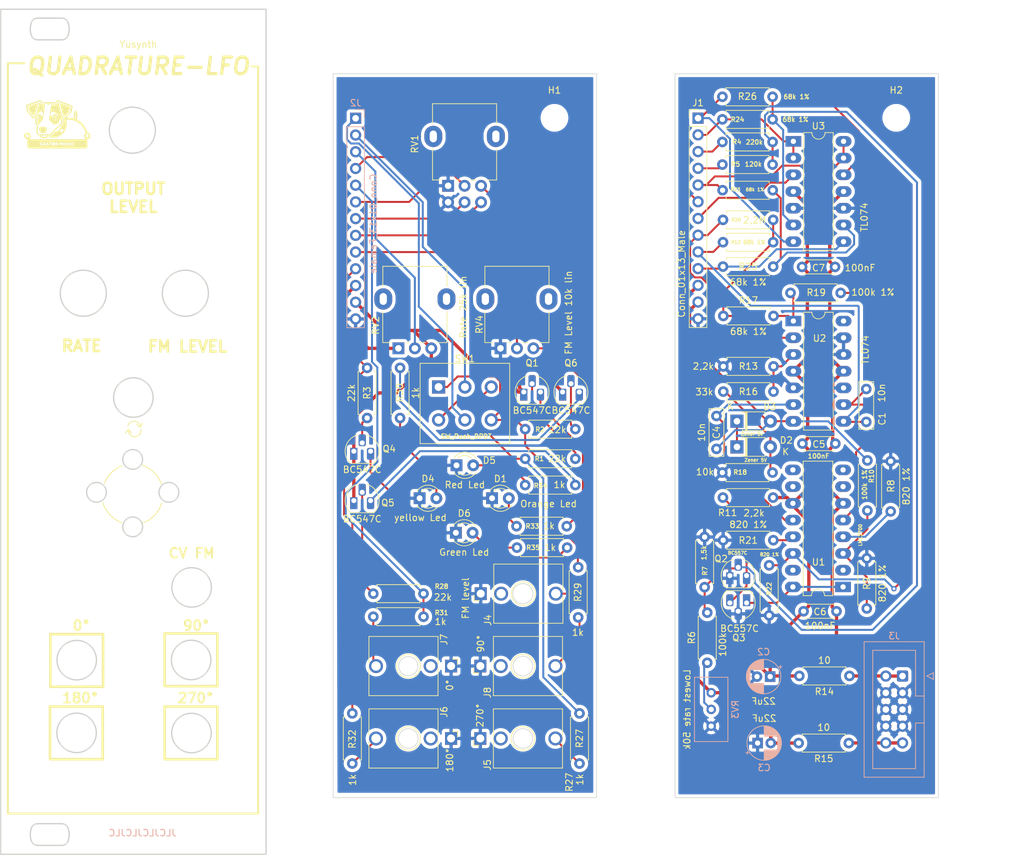
<source format=kicad_pcb>
(kicad_pcb (version 20211014) (generator pcbnew)
  (title_block (title "eurorack quadrature lfo yusynth") (date "2023-02-02"))
  (layers (0 "F.Cu" signal) (31 "B.Cu" signal) (34 "B.Paste" user) (35 "F.Paste" user) (36 "B.SilkS" user "B.Silkscreen") (37 "F.SilkS" user "F.Silkscreen") (38 "B.Mask" user) (39 "F.Mask" user) (44 "Edge.Cuts" user))
  (net 0 "")
  (net 1 "Net-(C1-Pad1)")
  (net 2 "output level1 CW")
  (net 3 "+12V")
  (net 4 "GND")
  (net 5 "-12V")
  (net 6 "Net-(C4-Pad1)")
  (net 7 "output level2 CW")
  (net 8 "Net-(D1-Pad2)")
  (net 9 "Net-(D2-Pad1)")
  (net 10 "Net-(D2-Pad2)")
  (net 11 "Net-(D4-Pad2)")
  (net 12 "Net-(D5-Pad2)")
  (net 13 "Net-(D6-Pad2)")
  (net 14 "direction sw C2")
  (net 15 "direction sw C1")
  (net 16 "rate WP")
  (net 17 "FM Level WP")
  (net 18 "0°")
  (net 19 "output level2 WP")
  (net 20 "output level1 WP")
  (net 21 "180°")
  (net 22 "Net-(J2-Pad1)")
  (net 23 "Net-(J2-Pad2)")
  (net 24 "Net-(J2-Pad3)")
  (net 25 "Net-(J2-Pad4)")
  (net 26 "Net-(J2-Pad5)")
  (net 27 "Net-(J2-Pad10)")
  (net 28 "Net-(J3-Pad1)")
  (net 29 "Net-(J3-Pad10)")
  (net 30 "Net-(Q1-Pad2)")
  (net 31 "Net-(Q1-Pad3)")
  (net 32 "Net-(Q2-Pad2)")
  (net 33 "Net-(Q2-Pad3)")
  (net 34 "Net-(Q3-Pad1)")
  (net 35 "Net-(Q4-Pad2)")
  (net 36 "Net-(Q4-Pad3)")
  (net 37 "Net-(Q5-Pad2)")
  (net 38 "Net-(Q5-Pad3)")
  (net 39 "Net-(Q6-Pad2)")
  (net 40 "Net-(Q6-Pad3)")
  (net 41 "Net-(R1-Pad1)")
  (net 42 "Net-(R2-Pad1)")
  (net 43 "Net-(R6-Pad1)")
  (net 44 "Net-(R8-Pad1)")
  (net 45 "Net-(R10-Pad1)")
  (net 46 "Net-(R12-Pad2)")
  (net 47 "Net-(R13-Pad2)")
  (net 48 "Net-(R17-Pad2)")
  (net 49 "Net-(R19-Pad2)")
  (net 50 "Net-(R21-Pad1)")
  (net 51 "Net-(R23-Pad1)")
  (net 52 "Net-(R24-Pad1)")
  (net 60 "Net-(RV1-Pad2)")
  (net 61 "Net-(J2-Pad7)")
  (net 62 "Net-(RV1-Pad6)")
  (net 63 "Net-(J2-Pad9)")
  (net 64 "Net-(J4-PadT)")
  (net 66 "Net-(J5-PadT)")
  (net 68 "Net-(J6-PadT)")
  (net 70 "Net-(J7-PadT)")
  (net 72 "Net-(J8-PadT)")
  (footprint "Capacitor_THT:C_Disc_D4.3mm_W1.9mm_P5.00mm" (layer "F.Cu") (at 142.025 118.675)
    (fp_text reference "C6")
    (fp_text value "100nF")
  )
  (footprint "Resistor_THT:R_Axial_DIN0207_L6.3mm_D2.5mm_P7.62mm_Horizontal" (layer "F.Cu") (at 127 115.01 90)
    (fp_text reference "R7")
    (fp_text value "1,5k")
  )
  (footprint "MountingHole:MountingHole_3.2mm_M3" (layer "F.Cu") (at 156.1 43.7)
    (fp_text reference "H2")
    (fp_text value "MountingHole")
  )
  (footprint "Package_TO_SOT_THT:TO-92_HandSolder" (layer "F.Cu") (at 73.73 94.36)
    (fp_text reference "Q4")
    (fp_text value "BC547C")
  )
  (footprint "Resistor_THT:R_Axial_DIN0207_L6.3mm_D2.5mm_P7.62mm_Horizontal" (layer "F.Cu") (at 107.8 119.6 90)
    (fp_text reference "R29")
    (fp_text value "1k")
  )
  (footprint "Package_TO_SOT_THT:TO-92_HandSolder" (layer "F.Cu") (at 130.83 113.26)
    (fp_text reference "Q2")
    (fp_text value "BC557C")
  )
  (footprint "Button_Switch_THT:SW_PUSH_E-Switch_FS5700DP_DPDT" (layer "F.Cu") (at 86.6 84.6)
    (fp_text reference "SW1")
    (fp_text value "SW_Push_DPDT")
  )
  (footprint "Resistor_THT:R_Axial_DIN0207_L6.3mm_D2.5mm_P7.62mm_Horizontal" (layer "F.Cu") (at 129.69 97.6)
    (fp_text reference "R18")
    (fp_text value "2,2k")
  )
  (footprint "Package_TO_SOT_THT:TO-92_HandSolder" (layer "F.Cu") (at 133.37 117.4 180)
    (fp_text reference "Q3")
    (fp_text value "BC557C")
  )
  (footprint "Resistor_THT:R_Axial_DIN0207_L6.3mm_D2.5mm_P7.62mm_Horizontal" (layer "F.Cu") (at 76.69 119.5)
    (fp_text reference "R31")
    (fp_text value "1k")
  )
  (footprint "LED_THT:LED_D3.0mm" (layer "F.Cu") (at 89.325 96.5)
    (fp_text reference "D5")
    (fp_text value "Red Led")
  )
  (footprint "Resistor_THT:R_Axial_DIN0207_L6.3mm_D2.5mm_P7.62mm_Horizontal" (layer "F.Cu") (at 151.715 103.375 90)
    (fp_text reference "R10")
    (fp_text value "100k 1%")
  )
  (footprint "Resistor_THT:R_Axial_DIN0207_L6.3mm_D2.5mm_P7.62mm_Horizontal" (layer "F.Cu") (at 99.75 95.5)
    (fp_text reference "R1")
    (fp_text value "22k")
  )
  (footprint "Resistor_THT:R_Axial_DIN0207_L6.3mm_D2.5mm_P7.62mm_Horizontal" (layer "F.Cu") (at 149 128.5 180)
    (fp_text reference "R14")
    (fp_text value "10")
  )
  (footprint "Resistor_THT:R_Axial_DIN0207_L6.3mm_D2.5mm_P7.62mm_Horizontal" (layer "F.Cu") (at 136.8 111.69 -90)
    (fp_text reference "R22")
    (fp_text value "820 1%")
  )
  (footprint "Resistor_THT:R_Axial_DIN0207_L6.3mm_D2.5mm_P7.62mm_Horizontal" (layer "F.Cu") (at 137.32 43.933333 180)
    (fp_text reference "R24")
    (fp_text value "68k 1%")
  )
  (footprint "Diode_THT:D_T-1_P5.08mm_Horizontal" (layer "F.Cu") (at 131.91 93.7)
    (fp_text reference "D2")
    (fp_text value "Zener 5V")
  )
  (footprint "Resistor_THT:R_Axial_DIN0207_L6.3mm_D2.5mm_P7.62mm_Horizontal" (layer "F.Cu") (at 129.84 73.8)
    (fp_text reference "R17")
    (fp_text value "68k 1%")
  )
  (footprint "Resistor_THT:R_Axial_DIN0207_L6.3mm_D2.5mm_P7.62mm_Horizontal" (layer "F.Cu") (at 140.04 70.3)
    (fp_text reference "R19")
    (fp_text value "100k 1%")
  )
  (footprint "Resistor_THT:R_Axial_DIN0207_L6.3mm_D2.5mm_P7.62mm_Horizontal" (layer "F.Cu") (at 84.31 116 180)
    (fp_text reference "R28")
    (fp_text value "22k")
  )
  (footprint "Resistor_THT:R_Axial_DIN0207_L6.3mm_D2.5mm_P7.62mm_Horizontal" (layer "F.Cu") (at 98.44 105.75)
    (fp_text reference "R33")
    (fp_text value "1k")
  )
  (footprint "Package_TO_SOT_THT:TO-92_HandSolder" (layer "F.Cu") (at 105.43 85.36)
    (fp_text reference "Q6")
    (fp_text value "BC547C")
  )
  (footprint "MountingHole:MountingHole_3.2mm_M3" (layer "F.Cu") (at 104.2 43.7)
    (fp_text reference "H1")
    (fp_text value "MountingHole")
  )
  (footprint "Resistor_THT:R_Axial_DIN0207_L6.3mm_D2.5mm_P7.62mm_Horizontal" (layer "F.Cu") (at 151.625 118.25 90)
    (fp_text reference "R9")
    (fp_text value "820 1%")
  )
  (footprint "Resistor_THT:R_Axial_DIN0207_L6.3mm_D2.5mm_P7.62mm_Horizontal" (layer "F.Cu") (at 80.75 89.31 90)
    (fp_text reference "R30")
    (fp_text value "1k")
  )
  (footprint "Package_TO_SOT_THT:TO-92_HandSolder" (layer "F.Cu") (at 73.73 101.86)
    (fp_text reference "Q5")
    (fp_text value "BC547C")
  )
  (footprint "Resistor_THT:R_Axial_DIN0207_L6.3mm_D2.5mm_P7.62mm_Horizontal" (layer "F.Cu") (at 129.84 81.466666)
    (fp_text reference "R13")
    (fp_text value "2,2k")
  )
  (footprint "Potentiometer_THT:Potentiometer_Alpha_RD901F-40-00D_Single_Vertical" (layer "F.Cu") (at 80.5 78.725 90)
    (fp_text reference "RV2")
    (fp_text value "Rate 25k lin")
  )
  (footprint "Potentiometer_THT:Potentiometer_Alpha_RD902F-40-00D_Dual_Vertical" (layer "F.Cu") (at 88.05 54.025 90)
    (fp_text reference "RV1")
    (fp_text value "Output Level 100k")
  )
  (footprint "LED_THT:LED_D3.0mm" (layer "F.Cu") (at 83.725 101.5)
    (fp_text reference "D4")
    (fp_text value "yellow Led")
  )
  (footprint "Connector_Audio:Jack_3.5mm_QingPu_WQP-PJ398SM_Vertical_CircularHoles" (layer "F.Cu") (at 92.94 138 90)
    (fp_text reference "J5")
    (fp_text value "270°")
  )
  (footprint "Resistor_THT:R_Axial_DIN0207_L6.3mm_D2.5mm_P7.62mm_Horizontal" (layer "F.Cu") (at 129.79 66.3)
    (fp_text reference "R25")
    (fp_text value "68k 1%")
  )
  (footprint "Package_DIP:DIP-16_W7.62mm_LongPads" (layer "F.Cu") (at 148.025 114.975 180)
    (fp_text reference "U1")
    (fp_text value "LM13700")
  )
  (footprint "Package_TO_SOT_THT:TO-92_HandSolder" (layer "F.Cu") (at 99.53 85.36)
    (fp_text reference "Q1")
    (fp_text value "BC547C")
  )
  (footprint "Capacitor_THT:C_Rect_L7.0mm_W2.0mm_P5.00mm" (layer "F.Cu") (at 128.8 89 -90)
    (fp_text reference "C4")
    (fp_text value "10n")
  )
  (footprint "Resistor_THT:R_Axial_DIN0207_L6.3mm_D2.5mm_P7.62mm_Horizontal" (layer "F.Cu") (at 129.7 40.5)
    (fp_text reference "R26")
    (fp_text value "68k 1%")
  )
  (footprint "Diode_THT:D_T-1_P5.08mm_Horizontal" (layer "F.Cu") (at 131.91 89.8)
    (fp_text reference "D3")
    (fp_text value "Zener 5v")
  )
  (footprint "Resistor_THT:R_Axial_DIN0207_L6.3mm_D2.5mm_P7.62mm_Horizontal" (layer "F.Cu") (at 129.7 47.366666)
    (fp_text reference "R4")
    (fp_text value "220k")
  )
  (footprint "Connector_Audio:Jack_3.5mm_QingPu_WQP-PJ398SM_Vertical_CircularHoles" (layer "F.Cu") (at 92.94 127 90)
    (fp_text reference "J8")
    (fp_text value "90°")
  )
  (footprint "Package_DIP:DIP-14_W7.62mm_LongPads" (layer "F.Cu") (at 140.475 74.575)
    (fp_text reference "U2")
    (fp_text value "TL074")
  )
  (footprint "Resistor_THT:R_Axial_DIN0207_L6.3mm_D2.5mm_P7.62mm_Horizontal" (layer "F.Cu") (at 129.7 50.8)
    (fp_text reference "R5")
    (fp_text value "120k")
  )
  (footprint "Resistor_THT:R_Axial_DIN0207_L6.3mm_D2.5mm_P7.62mm_Horizontal" (layer "F.Cu") (at 137.4 101.4 180)
    (fp_text reference "R11")
    (fp_text value "10k")
  )
  (footprint "Resistor_THT:R_Axial_DIN0207_L6.3mm_D2.5mm_P7.62mm_Horizontal" (layer "F.Cu") (at 98.5 109)
    (fp_text reference "R35")
    (fp_text value "1k")
  )
  (footprint "Resistor_THT:R_Axial_DIN0207_L6.3mm_D2.5mm_P7.62mm_Horizontal" (layer "F.Cu") (at 155.25 103.5 90)
    (fp_text reference "R8")
    (fp_text value "820 1%")
  )
  (footprint "LED_THT:LED_D3.0mm" (layer "F.Cu") (at 89.225 106.75)
    (fp_text reference "D6")
    (fp_text value "Green Led")
  )
  (footprint "Resistor_THT:R_Axial_DIN0207_L6.3mm_D2.5mm_P7.62mm_Horizontal" (layer "F.Cu") (at 137.35 54.7 180)
    (fp_text reference "R23")
    (fp_text value "68k 1%")
  )
  (footprint "Resistor_THT:R_Axial_DIN0207_L6.3mm_D2.5mm_P7.62mm_Horizontal" (layer "F.Cu") (at 129.79 62.6)
    (fp_text reference "R12")
    (fp_text value "68k 1%")
  )
  (footprint "Resistor_THT:R_Axial_DIN0207_L6.3mm_D2.5mm_P7.62mm_Horizontal" (layer "F.Cu") (at 73.5 141.81 90)
    (fp_text reference "R32")
    (fp_text value "1k")
  )
  (footprint "Resistor_THT:R_Axial_DIN0207_L6.3mm_D2.5mm_P7.62mm_Horizontal" (layer "F.Cu") (at 137.435 107.875 180)
    (fp_text reference "R21")
    (fp_text value "820 1%")
  )
  (footprint "Resistor_THT:R_Axial_DIN0207_L6.3mm_D2.5mm_P7.62mm_Horizontal" (layer "F.Cu") (at 108 141.81 90)
    (fp_text reference "R27")
    (fp_text value "1k")
  )
  (footprint "Connector_PinHeader_2.54mm:PinHeader_1x13_P2.54mm_Vertical" (layer "F.Cu") (at 126 43.75)
    (fp_text reference "J1")
    (fp_text value "Conn_01x13_Male")
  )
  (footprint "Capacitor_THT:C_Rect_L7.0mm_W2.0mm_P5.00mm" (layer "F.Cu") (at 151.55 84.9 -90)
    (fp_text reference "C1")
    (fp_text value "10n")
  )
  (footprint "Resistor_THT:R_Axial_DIN0207_L6.3mm_D2.5mm_P7.62mm_Horizontal" (layer "F.Cu") (at 75.75 81.69 -90)
    (fp_text reference "R3")
    (fp_text value "22k")
  )
  (footprint "Capacitor_THT:C_Disc_D4.3mm_W1.9mm_P5.00mm" (layer "F.Cu") (at 141.8 66.35)
    (fp_text reference "C7")
    (fp_text value "100nF")
  )
  (footprint "Resistor_THT:R_Axial_DIN0207_L6.3mm_D2.5mm_P7.62mm_Horizontal" (layer "F.Cu") (at 137.41 59.2 180)
    (fp_text reference "R20")
    (fp_text value "2,2M")
  )
  (footprint "Capacitor_THT:C_Disc_D4.3mm_W1.9mm_P5.00mm" (layer "F.Cu") (at 141.85 93.2)
    (fp_text reference "C5")
    (fp_text value "100nF")
  )
  (footprint "Package_DIP:DIP-14_W7.62mm_LongPads" (layer "F.Cu") (at 140.475 47.275)
    (fp_text reference "U3")
    (fp_text value "TL074")
  )
  (footprint "Potentiometer_THT:Potentiometer_Alpha_RD901F-40-00D_Single_Vertical" (layer "F.Cu") (at 96 78.725 90)
    (fp_text reference "RV4")
    (fp_text value "FM Level 10k lin")
  )
  (footprint "Resistor_THT:R_Axial_DIN0207_L6.3mm_D2.5mm_P7.62mm_Horizontal" (layer "F.Cu") (at 148.9 138.7 180)
    (fp_text reference "R15")
    (fp_text value "10")
  )
  (footprint "Connector_Audio:Jack_3.5mm_QingPu_WQP-PJ398SM_Vertical_CircularHoles" (layer "F.Cu") (at 88.5 138 -90)
    (fp_text reference "J6")
    (fp_text value "180°")
  )
  (footprint "Logos:Gaston-Music1" (layer "F.Cu") (at 28.7 45.7)
    (fp_text reference "G***")
    (fp_text value "LOGO" hide)
  )
  (footprint "Connector_Audio:Jack_3.5mm_QingPu_WQP-PJ398SM_Vertical_CircularHoles" (layer "F.Cu") (at 93 116 90)
    (fp_text reference "J4")
    (fp_text value "FM level")
  )
  (footprint "Resistor_THT:R_Axial_DIN0207_L6.3mm_D2.5mm_P7.62mm_Horizontal" (layer "F.Cu") (at 99.75 99.5)
    (fp_text reference "R34")
    (fp_text value "1k")
  )
  (footprint "Resistor_THT:R_Axial_DIN0207_L6.3mm_D2.5mm_P7.62mm_Horizontal" (layer "F.Cu") (at 99.75 91)
    (fp_text reference "R2")
    (fp_text value "22k")
  )
  (footprint "LED_THT:LED_D3.0mm" (layer "F.Cu") (at 94.725 101.5)
    (fp_text reference "D1")
    (fp_text value "Orange Led")
  )
  (footprint "Connector_Audio:Jack_3.5mm_QingPu_WQP-PJ398SM_Vertical_CircularHoles" (layer "F.Cu") (at 88.5 127 -90)
    (fp_text reference "J7")
    (fp_text value "0°")
  )
  (footprint "Resistor_THT:R_Axial_DIN0207_L6.3mm_D2.5mm_P7.62mm_Horizontal" (layer "F.Cu") (at 127.4 126.5 90)
    (fp_text reference "R6")
    (fp_text value "100k")
  )
  (footprint "Resistor_THT:R_Axial_DIN0207_L6.3mm_D2.5mm_P7.62mm_Horizontal" (layer "F.Cu") (at 137.46 85.3 180)
    (fp_text reference "R16")
    (fp_text value "33k")
  )
  (footprint "Capacitor_THT:CP_Radial_D5.0mm_P2.00mm" (layer "B.Cu") (at 136.955113 128.6 180)
    (fp_text reference "C2")
    (fp_text value "22uF")
  )
  (footprint "Connector_IDC:IDC-Header_2x05_P2.54mm_Vertical" (layer "B.Cu") (at 157.0525 128.52 180)
    (fp_text reference "J3")
    (fp_text value "Conn_02x05_Counter_Clockwise")
  )
  (footprint "Connector_PinHeader_2.54mm:PinHeader_1x13_P2.54mm_Vertical" (layer "B.Cu") (at 74 43.775 180)
    (fp_text reference "J2")
    (fp_text value "Conn_01x13_Female")
  )
  (footprint "Potentiometer_THT:Potentiometer_Bourns_3296W_Vertical" (layer "B.Cu") (at 128 131.05 90)
    (fp_text reference "RV3")
    (fp_text value "Lowest rate 50k")
  )
  (footprint "Capacitor_THT:CP_Radial_D5.0mm_P2.00mm" (layer "B.Cu") (at 135.044888 138.7)
    (fp_text reference "C3")
    (fp_text value "22uF")
  )
  (gr_arc (start 41.657363 96.522867) (mid 43.4 97.6) (end 44.506408 99.324199) (layer "F.SilkS") (width 0.15))
  (gr_line (start 21.2 35.4) (end 21.2 149.4) (layer "F.SilkS") (width 0.3))
  (gr_line (start 39.515011 91.008453) (end 39.972748 91.6) (layer "F.SilkS") (width 0.15))
  (gr_line (start 21.2 35.4) (end 23.7 35.4) (layer "F.SilkS") (width 0.3))
  (gr_rect (start 27.6 133.15) (end 35.6 141.15) (layer "F.SilkS") (width 0.4) (fill none))
  (gr_line (start 41.29314 90.710315) (end 40.79314 90.310315) (layer "F.SilkS") (width 0.15))
  (gr_line (start 39.515011 91.008453) (end 39.028304 91.610315) (layer "F.SilkS") (width 0.15))
  (gr_rect (start 45 133.15) (end 53 141.15) (layer "F.SilkS") (width 0.4) (fill none))
  (gr_arc (start 38.457363 105.222867) (mid 36.717606 104.03826) (end 35.634465 102.233584) (layer "F.SilkS") (width 0.15))
  (gr_rect (start 27.65 122.15) (end 35.65 130.15) (layer "F.SilkS") (width 0.4) (fill none))
  (gr_line (start 59.2 149.4) (end 59.2 35.9) (layer "F.SilkS") (width 0.3))
  (gr_arc (start 41.4 91.1) (mid 40.404356 92.148595) (end 39.515011 91.008453) (layer "F.SilkS") (width 0.15))
  (gr_line (start 21.2 149.4) (end 59.2 149.4) (layer "F.SilkS") (width 0.3))
  (gr_rect (start 45 122.05) (end 53 130.05) (layer "F.SilkS") (width 0.4) (fill none))
  (gr_line (start 59.2 35.9) (end 58.2 35.9) (layer "F.SilkS") (width 0.3))
  (gr_line (start 41.29314 90.710315) (end 41.59314 90.110315) (layer "F.SilkS") (width 0.15))
  (gr_arc (start 44.534465 102.233584) (mid 43.493565 104.080373) (end 41.709106 105.224842) (layer "F.SilkS") (width 0.15))
  (gr_arc (start 35.857363 99.222867) (mid 36.903222 97.625835) (end 38.505964 96.588748) (layer "F.SilkS") (width 0.15))
  (gr_arc (start 39.414836 90.510315) (mid 40.4 89.807506) (end 41.305532 90.610315) (layer "F.SilkS") (width 0.15))
  (gr_circle (center 48.15 70.35) (end 51.65 70.35) (layer "Edge.Cuts") (width 0.2) (fill none))
  (gr_circle (center 99.4 127) (end 100.35 125.85) (layer "Edge.Cuts") (width 0.1) (fill none))
  (gr_circle (center 40.1 45.575) (end 43.6 45.575) (layer "Edge.Cuts") (width 0.2) (fill none))
  (gr_circle (center 45.65 100.6) (end 47.15 100.6) (layer "Edge.Cuts") (width 0.2) (fill none))
  (gr_arc (start 29.387997 28.55) (mid 29.965535 28.733584) (end 30.330997 29.217) (layer "Edge.Cuts") (width 0.2))
  (gr_line (start 29.388 150.95) (end 25.8 150.95) (layer "Edge.Cuts") (width 0.2))
  (gr_circle (center 49.025 126.075) (end 52.025 126.075) (layer "Edge.Cuts") (width 0.2) (fill none))
  (gr_circle (center 32.65 70.35) (end 36.15 70.35) (layer "Edge.Cuts") (width 0.2) (fill none))
  (gr_line (start 25.712 154.25) (end 29.387997 154.25) (layer "Edge.Cuts") (width 0.2))
  (gr_arc (start 24.768999 153.583) (mid 24.60038 152.6) (end 24.768999 151.617) (layer "Edge.Cuts") (width 0.2))
  (gr_arc (start 24.768999 31.183) (mid 24.60038 30.2) (end 24.768999 29.217) (layer "Edge.Cuts") (width 0.2))
  (gr_rect (start 162.5 147) (end 122.5 37) (layer "Edge.Cuts") (width 0.1) (fill none))
  (gr_circle (center 40.25 86.2) (end 43.25 86.2) (layer "Edge.Cuts") (width 0.2) (fill none))
  (gr_circle (center 31.625 137.15) (end 34.625 137.15) (layer "Edge.Cuts") (width 0.2) (fill none))
  (gr_circle (center 49.075 137.175) (end 52.075 137.175) (layer "Edge.Cuts") (width 0.2) (fill none))
  (gr_circle (center 49.1 115.05) (end 52.1 115.05) (layer "Edge.Cuts") (width 0.2) (fill none))
  (gr_circle (center 40.15 105.85) (end 41.65 105.85) (layer "Edge.Cuts") (width 0.2) (fill none))
  (gr_arc (start 25.712003 31.85) (mid 25.134465 31.666416) (end 24.769003 31.183) (layer "Edge.Cuts") (width 0.2))
  (gr_arc (start 24.769003 29.217) (mid 25.134465 28.733584) (end 25.712003 28.55) (layer "Edge.Cuts") (width 0.2))
  (gr_circle (center 99.4 116) (end 100.4 114.85) (layer "Edge.Cuts") (width 0.1) (fill none))
  (gr_circle (center 82 127) (end 82.95 125.9) (layer "Edge.Cuts") (width 0.1) (fill none))
  (gr_line (start 20.1 155.6) (end 20.1 27.2) (layer "Edge.Cuts") (width 0.2))
  (gr_arc (start 30.330997 153.583) (mid 29.965535 154.066416) (end 29.387997 154.25) (layer "Edge.Cuts") (width 0.2))
  (gr_arc (start 24.769003 151.617) (mid 25.170811 151.107766) (end 25.8 150.95) (layer "Edge.Cuts") (width 0.2))
  (gr_circle (center 34.65 100.6) (end 36.15 100.6) (layer "Edge.Cuts") (width 0.2) (fill none))
  (gr_circle (center 40.15 95.6) (end 41.65 95.6) (layer "Edge.Cuts") (width 0.2) (fill none))
  (gr_arc (start 30.331001 29.217) (mid 30.49962 30.2) (end 30.331001 31.183) (layer "Edge.Cuts") (width 0.2))
  (gr_line (start 25.712 31.85) (end 29.388 31.85) (layer "Edge.Cuts") (width 0.2))
  (gr_circle (center 82 138) (end 83 136.9) (layer "Edge.Cuts") (width 0.1) (fill none))
  (gr_circle (center 31.65 126.1) (end 34.65 126.1) (layer "Edge.Cuts") (width 0.2) (fill none))
  (gr_arc (start 29.387997 150.95) (mid 29.965535 151.133584) (end 30.330997 151.617) (layer "Edge.Cuts") (width 0.2))
  (gr_circle (center 99.4 138) (end 100.35 136.85) (layer "Edge.Cuts") (width 0.1) (fill none))
  (gr_line (start 60.4 155.6) (end 20.1 155.6) (layer "Edge.Cuts") (width 0.2))
  (gr_arc (start 25.712003 154.25) (mid 25.134465 154.066416) (end 24.769003 153.583) (layer "Edge.Cuts") (width 0.2))
  (gr_arc (start 30.331001 151.617) (mid 30.49962 152.6) (end 30.331001 153.583) (layer "Edge.Cuts") (width 0.2))
  (gr_rect (start 110.6 147) (end 70.6 37) (layer "Edge.Cuts") (width 0.1) (fill none))
  (gr_arc (start 30.330997 31.183) (mid 29.965535 31.666416) (end 29.387997 31.85) (layer "Edge.Cuts") (width 0.2))
  (gr_line (start 60.4 27.2) (end 60.4 155.6) (layer "Edge.Cuts") (width 0.2))
  (gr_line (start 29.388 28.55) (end 25.712 28.55) (layer "Edge.Cuts") (width 0.2))
  (gr_line (start 20.1 27.2) (end 60.4 27.2) (layer "Edge.Cuts") (width 0.2))
  (gr_text "JLCJLCJLCJLC" (at 41.65 152.35) (layer "B.SilkS") (effects (font (size 1 1)) (justify mirror)))
  (gr_text "RATE" (at 32.4 78.35) (layer "F.SilkS") (effects (font (size 1.7 1.7) (thickness 0.4))))
  (gr_text "OUTPUT\nLEVEL" (at 40.25 55.85) (layer "F.SilkS") (effects (font (size 1.7 1.7) (thickness 0.4))))
  (gr_text "CV FM" (at 49.1 109.85) (layer "F.SilkS") (effects (font (size 1.5 1.5) (thickness 0.3))))
  (gr_text "270°" (at 49.7 131.85) (layer "F.SilkS") (effects (font (size 1.5 1.5) (thickness 0.3))))
  (gr_text "0°" (at 32.35 120.85) (layer "F.SilkS") (effects (font (size 1.5 1.5) (thickness 0.3))))
  (gr_text "180°" (at 32.2 131.85) (layer "F.SilkS") (effects (font (size 1.5 1.5) (thickness 0.3))))
  (gr_text "Yusynth" (at 41 32.55) (layer "F.SilkS") (effects (font (size 1 1))))
  (gr_text "90°" (at 49.8 120.85) (layer "F.SilkS") (effects (font (size 1.5 1.5) (thickness 0.3))))
  (gr_text "FM LEVEL" (at 48.475 78.45) (layer "F.SilkS") (effects (font (size 1.7 1.7) (thickness 0.4))))
  (gr_text "QUADRATURE-LFO" (at 41 35.85) (layer "F.SilkS") (effects (font (size 2.5 2.5) (thickness 0.5) italic)))
  (segment (start 153 89.25) (end 153 91.5) (width 0.3) (layer "F.Cu") (net 1))
  (segment (start 153 91.5) (end 150 94.5) (width 0.3) (layer "F.Cu") (net 1))
  (segment (start 150 102.84) (end 148.025 104.815) (width 0.3) (layer "F.Cu") (net 1))
  (segment (start 149.175 87.275) (end 148.095 87.275) (width 0.3) (layer "F.Cu") (net 1))
  (segment (start 148.095 87.275) (end 151.025 87.275) (width 0.3) (layer "F.Cu") (net 1))
  (segment (start 150 94.5) (end 150 102.84) (width 0.3) (layer "F.Cu") (net 1))
  (segment (start 151.025 87.275) (end 153 89.25) (width 0.3) (layer "F.Cu") (net 1))
  (segment (start 151.55 84.9) (end 149.175 87.275) (width 0.3) (layer "F.Cu") (net 1))
  (segment (start 126 64.07) (end 128.32 64.07) (width 0.3) (layer "F.Cu") (net 2))
  (segment (start 148.18 89.9) (end 148.095 89.815) (width 0.3) (layer "F.Cu") (net 2))
  (segment (start 128.32 64.07) (end 129.79 62.6) (width 0.3) (layer "F.Cu") (net 2))
  (segment (start 151.55 89.9) (end 148.18 89.9) (width 0.3) (layer "F.Cu") (net 2))
  (segment (start 150.400489 72.400489) (end 150.25 72.25) (width 0.3) (layer "B.Cu") (net 2))
  (segment (start 134 72.25) (end 126 64.25) (width 0.3) (layer "B.Cu") (net 2))
  (segment (start 150.400489 87.509511) (end 150.400489 72.400489) (width 0.3) (layer "B.Cu") (net 2))
  (segment (start 126 64.25) (end 126 64.07) (width 0.3) (layer "B.Cu") (net 2))
  (segment (start 150.25 72.25) (end 134 72.25) (width 0.3) (layer "B.Cu") (net 2))
  (segment (start 148.095 89.815) (end 150.400489 87.509511) (width 0.3) (layer "B.Cu") (net 2))
  (segment (start 136.955113 128.6) (end 136.955113 123.744887) (width 0.5) (layer "F.Cu") (net 3))
  (segment (start 142.649999 93.999999) (end 142.649999 100.030001) (width 0.5) (layer "F.Cu") (net 3))
  (segment (start 102.07 82) (end 99.6 82) (width 0.5) (layer "F.Cu") (net 3))
  (segment (start 80.2 85.5) (end 77.5 85.5) (width 0.5) (layer "F.Cu") (net 3))
  (segment (start 82.775 76) (end 85.5 78.725) (width 0.5) (layer "F.Cu") (net 3))
  (segment (start 133.450489 127.350489) (end 135.705602 127.350489) (width 0.5) (layer "F.Cu") (net 3))
  (segment (start 74 71.715) (end 78.285 76) (width 0.5) (layer "F.Cu") (net 3))
  (segment (start 142.599999 80.070001) (end 140.475 82.195) (width 0.5) (layer "F.Cu") (net 3))
  (segment (start 142.599999 67.149999) (end 142.599999 80.070001) (width 0.5) (layer "F.Cu") (net 3))
  (segment (start 136.955113 123.744887) (end 142.025 118.675) (width 0.5) (layer "F.Cu") (net 3))
  (segment (start 137.4 101.4) (end 139.53 101.4) (width 0.5) (layer "F.Cu") (net 3))
  (segment (start 140.475 82.195) (end 142.649999 84.369999) (width 0.5) (layer "F.Cu") (net 3))
  (segment (start 124.700489 118.600489) (end 133.450489 127.350489) (width 0.5) (layer "F.Cu") (net 3))
  (segment (start 142.649999 100.030001) (end 140.405 102.275) (width 0.5) (layer "F.Cu") (net 3))
  (segment (start 137.055113 128.5) (end 136.955113 128.6) (width 0.5) (layer "F.Cu") (net 3))
  (segment (start 142.649999 84.369999) (end 142.649999 92.400001) (width 0.5) (layer "F.Cu") (net 3))
  (segment (start 73.73 94.36) (end 73.73 101.86) (width 0.5) (layer "F.Cu") (net 3))
  (segment (start 98.9 84.73) (end 99.53 85.36) (width 0.5) (layer "F.Cu") (net 3))
  (segment (start 99.6 82) (end 98.9 82.7) (width 0.5) (layer "F.Cu") (net 3))
  (segment (start 73.73 89.27) (end 73.73 94.36) (width 0.5) (layer "F.Cu") (net 3))
  (segment (start 85.5 80.2) (end 80.2 85.5) (width 0.5) (layer "F.Cu") (net 3))
  (segment (start 98.73 85.36) (end 99.53 85.36) (width 0.5) (layer "F.Cu") (net 3))
  (segment (start 139.53 101.4) (end 140.405 102.275) (width 0.5) (layer "F.Cu") (net 3))
  (segment (start 94.37 81) (end 98.73 85.36) (width 0.5) (layer "F.Cu") (net 3))
  (segment (start 85.5 78.725) (end 85.5 80.2) (width 0.5) (layer "F.Cu") (net 3))
  (segment (start 77.5 85.5) (end 73.73 89.27) (width 0.5) (layer "F.Cu") (net 3))
  (segment (start 141.8 66.35) (end 142.599999 67.149999) (width 0.5) (layer "F.Cu") (net 3))
  (segment (start 141.38 128.5) (end 137.055113 128.5) (width 0.5) (layer "F.Cu") (net 3))
  (segment (start 92 81) (end 94.37 81) (width 0.5) (layer "F.Cu") (net 3))
  (segment (start 142.599999 65.550001) (end 142.599999 57.019999) (width 0.5) (layer "F.Cu") (net 3))
  (segment (start 142.824999 105.067911) (end 142.824999 117.875001) (width 0.5) (layer "F.Cu") (net 3))
  (segment (start 87 76) (end 92 81) (width 0.5) (layer "F.Cu") (net 3))
  (segment (start 82.775 76) (end 87 76) (width 0.5) (layer "F.Cu") (net 3))
  (segment (start 142.599999 57.019999) (end 140.475 54.895) (width 0.5) (layer "F.Cu") (net 3))
  (segment (start 78.285 76) (end 82.775 76) (width 0.5) (layer "F.Cu") (net 3))
  (segment (start 141.85 93.2) (end 142.649999 93.999999) (width 0.5) (layer "F.Cu") (net 3))
  (segment (start 141.8 66.35) (end 142.599999 65.550001) (width 0.5) (layer "F.Cu") (net 3))
  (segment (start 98.9 82.7) (end 98.9 84.73) (width 0.5) (layer "F.Cu") (net 3))
  (segment (start 140.405 102.647912) (end 142.824999 105.067911) (width 0.5) (layer "F.Cu") (net 3))
  (segment (start 140.405 102.275) (end 140.405 102.647912) (width 0.5) (layer "F.Cu") (net 3))
  (segment (start 135.705602 127.350489) (end 136.955113 128.6) (width 0.5) (layer "F.Cu") (net 3))
  (segment (start 142.824999 117.875001) (end 142.025 118.675) (width 0.5) (layer "F.Cu") (net 3))
  (segment (start 142.649999 92.400001) (end 141.85 93.2) (width 0.5) (layer "F.Cu") (net 3))
  (segment (start 124.700489 72.989511) (end 126 71.69) (width 0.5) (layer "F.Cu") (net 3))
  (segment (start 124.700489 118.600489) (end 124.700489 72.989511) (width 0.5) (layer "F.Cu") (net 3))
  (segment (start 105.43 85.36) (end 102.07 82) (width 0.5) (layer "F.Cu") (net 3))
  (segment (start 138.99 83.25) (end 140.475 84.735) (width 0.5) (layer "B.Cu") (net 4))
  (segment (start 129.84 81.466666) (end 131.623334 83.25) (width 0.5) (layer "B.Cu") (net 4))
  (segment (start 131.623334 83.25) (end 138.99 83.25) (width 0.5) (layer "B.Cu") (net 4))
  (segment (start 148.095 82.195) (end 146.44548 83.84452) (width 0.5) (layer "F.Cu") (net 5))
  (segment (start 146.000001 67.149999) (end 146.000001 80.100001) (width 0.5) (layer "F.Cu") (net 5))
  (segment (start 126 69.15) (end 124.000969 71.149031) (width 0.5) (layer "F.Cu") (net 5))
  (segment (start 74 69.175) (end 72.5 70.675) (width 0.5) (layer "F.Cu") (net 5))
  (segment (start 130.526258 131.05) (end 128 131.05) (width 0.5) (layer "F.Cu") (net 5))
  (segment (start 146.8 66.35) (end 146.000001 67.149999) (width 0.5) (layer "F.Cu") (net 5))
  (segment (start 137.044888 138.7) (end 137.044888 136.555112) (width 0.5) (layer "F.Cu") (net 5))
  (segment (start 146.000001 65.550001) (end 146.000001 56.989999) (width 0.5) (layer "F.Cu") (net 5))
  (segment (start 146.375489 118.025489) (end 147.025 118.675) (width 0.5) (layer "F.Cu") (net 5))
  (segment (start 146.44548 83.84452) (end 146.44548 92.79548) (width 0.5) (layer "F.Cu") (net 5))
  (segment (start 137.044888 136.555112) (end 147.025 126.575) (width 0.5) (layer "F.Cu") (net 5))
  (segment (start 72.5 75.3) (end 75.925 78.725) (width 0.5) (layer "F.Cu") (net 5))
  (segment (start 148.025 102.275) (end 146.375489 103.924511) (width 0.5) (layer "F.Cu") (net 5))
  (segment (start 146.050001 100.300001) (end 148.025 102.275) (width 0.5) (layer "F.Cu") (net 5))
  (segment (start 146.000001 56.989999) (end 148.095 54.895) (width 0.5) (layer "F.Cu") (net 5))
  (segment (start 137.044888 138.7) (end 137.044888 137.56863) (width 0.5) (layer "F.Cu") (net 5))
  (segment (start 146.8 66.35) (end 146.000001 65.550001) (width 0.5) (layer "F.Cu") (net 5))
  (segment (start 124.000969 71.149031) (end 124.000969 127.050969) (width 0.5) (layer "F.Cu") (net 5))
  (segment (start 124.000969 127.050969) (end 128 131.05) (width 0.5) (layer "F.Cu") (net 5))
  (segment (start 146.000001 80.100001) (end 148.095 82.195) (width 0.5) (layer "F.Cu") (net 5))
  (segment (start 72.5 70.675) (end 72.5 75.3) (width 0.5) (layer "F.Cu") (net 5))
  (segment (start 141.28 138.7) (end 137.044888 138.7) (width 0.5) (layer "F.Cu") (net 5))
  (segment (start 137.044888 137.56863) (end 130.526258 131.05) (width 0.5) (layer "F.Cu") (net 5))
  (segment (start 146.44548 92.79548) (end 146.85 93.2) (width 0.5) (layer "F.Cu") (net 5))
  (segment (start 146.375489 103.924511) (end 146.375489 118.025489) (width 0.5) (layer "F.Cu") (net 5))
  (segment (start 146.85 93.2) (end 146.050001 93.999999) (width 0.5) (layer "F.Cu") (net 5))
  (segment (start 147.025 126.575) (end 147.025 118.675) (width 0.5) (layer "F.Cu") (net 5))
  (segment (start 75.925 78.725) (end 80.5 78.725) (width 0.5) (layer "F.Cu") (net 5))
  (segment (start 146.050001 93.999999) (end 146.050001 100.300001) (width 0.5) (layer "F.Cu") (net 5))
  (segment (start 129.949511 90.149511) (end 128.8 89) (width 0.3) (layer "F.Cu") (net 6))
  (segment (start 139.189345 104.815) (end 129.949511 95.575166) (width 0.3) (layer "F.Cu") (net 6))
  (segment (start 140.405 104.815) (end 139.189345 104.815) (width 0.3) (layer "F.Cu") (net 6))
  (segment (start 129.949511 95.575166) (end 129.949511 90.149511) (width 0.3) (layer "F.Cu") (net 6))
  (segment (start 130.525 87.275) (end 140.475 87.275) (width 0.3) (layer "B.Cu") (net 6))
  (segment (start 128.8 89) (end 130.525 87.275) (width 0.3) (layer "B.Cu") (net 6))
  (segment (start 136.547679 89.8) (end 136.99 89.8) (width 0.3) (layer "F.Cu") (net 7))
  (segment (start 128.3 69.75) (end 128.3 81.552321) (width 0.3) (layer "F.Cu") (net 7))
  (segment (start 125.503145 67.950489) (end 126.500489 67.950489) (width 0.3) (layer "F.Cu") (net 7))
  (segment (start 136.99 89.8) (end 140.46 89.8) (width 0.3) (layer "F.Cu") (net 7))
  (segment (start 124.800489 67.247833) (end 125.503145 67.950489) (width 0.3) (layer "F.Cu") (net 7))
  (segment (start 127.46 61.53) (end 129.79 59.2) (width 0.3) (layer "F.Cu") (net 7))
  (segment (start 126.500489 67.950489) (end 128.3 69.75) (width 0.3) (layer "F.Cu") (net 7))
  (segment (start 126 61.53) (end 124.800489 62.729511) (width 0.3) (layer "F.Cu") (net 7))
  (segment (start 128.3 81.552321) (end 136.547679 89.8) (width 0.3) (layer "F.Cu") (net 7))
  (segment (start 126 61.53) (end 127.46 61.53) (width 0.3) (layer "F.Cu") (net 7))
  (segment (start 124.800489 62.729511) (end 124.800489 67.247833) (width 0.3) (layer "F.Cu") (net 7))
  (segment (start 140.46 89.8) (end 140.475 89.815) (width 0.3) (layer "F.Cu") (net 7))
  (segment (start 131.650489 91.149511) (end 135.640489 91.149511) (width 0.3) (layer "B.Cu") (net 7))
  (segment (start 145.775 89.815) (end 140.475 89.815) (width 0.3) (layer "B.Cu") (net 7))
  (segment (start 151.715 95.755) (end 145.775 89.815) (width 0.3) (layer "B.Cu") (net 7))
  (segment (start 135.640489 91.149511) (end 136.99 89.8) (width 0.3) (layer "B.Cu") (net 7))
  (segment (start 128.8 94) (end 131.650489 91.149511) (width 0.3) (layer "B.Cu") (net 7))
  (segment (start 97.265 104.575) (end 98.44 105.75) (width 0.3) (layer "F.Cu") (net 8))
  (segment (start 97.265 101.5) (end 97.265 104.575) (width 0.3) (layer "F.Cu") (net 8))
  (segment (start 131.91 89.8) (end 131.91 93.7) (width 0.3) (layer "F.Cu") (net 9))
  (segment (start 136.99 93.7) (end 136.99 97.28) (width 0.3) (layer "F.Cu") (net 10))
  (segment (start 136.99 97.28) (end 137.31 97.6) (width 0.3) (layer "F.Cu") (net 10))
  (segment (start 129.84 85.3) (end 130.109022 85.3) (width 0.3) (layer "F.Cu") (net 10))
  (segment (start 130.109022 85.3) (end 136.99 92.180978) (width 0.3) (layer "F.Cu") (net 10))
  (segment (start 136.99 92.180978) (end 136.99 93.7) (width 0.3) (layer "F.Cu") (net 10))
  (segment (start 80.75 89.31) (end 80.75 92.85) (width 0.3) (layer "F.Cu") (net 11))
  (segment (start 86.3 98.4) (end 86.265 98.435) (width 0.3) (layer "F.Cu") (net 11))
  (segment (start 80.75 92.85) (end 86.3 98.4) (width 0.3) (layer "F.Cu") (net 11))
  (segment (start 86.265 98.435) (end 86.265 101.5) (width 0.3) (layer "F.Cu") (net 11))
  (segment (start 91.865 96.5) (end 97.38 96.5) (width 0.3) (layer "F.Cu") (net 12))
  (segment (start 97.38 96.5) (end 99.75 98.87) (width 0.3) (layer "F.Cu") (net 12))
  (segment (start 99.75 98.87) (end 99.75 99.5) (width 0.3) (layer "F.Cu") (net 12))
  (segment (start 98.5 109) (end 94.015 109) (width 0.3) (layer "F.Cu") (net 13))
  (segment (start 94.015 109) (end 91.765 106.75) (width 0.3) (layer "F.Cu") (net 13))
  (segment (start 126 43.75) (end 126.35 43.75) (width 0.3) (layer "F.Cu") (net 14))
  (segment (start 126.35 43.75) (end 129.6 40.5) (width 0.3) (layer "F.Cu") (net 14))
  (segment (start 130.849511 54.349511) (end 130.849511 46.890522) (width 0.3) (layer "B.Cu") (net 14))
  (segment (start 139.015 62.515) (end 130.849511 54.349511) (width 0.3) (layer "B.Cu") (net 14))
  (segment (start 130.849511 46.890522) (end 127.708989 43.75) (width 0.3) (layer "B.Cu") (net 14))
  (segment (start 127.708989 43.75) (end 126 43.75) (width 0.3) (layer "B.Cu") (net 14))
  (segment (start 140.475 62.515) (end 139.015 62.515) (width 0.3) (layer "B.Cu") (net 14))
  (segment (start 126 46.29) (end 127.29 46.29) (width 0.3) (layer "F.Cu") (net 15))
  (segment (start 140.475 47.275) (end 140.475 49.815) (width 0.3) (layer "F.Cu") (net 15))
  (segment (start 138.975 47.275) (end 135.633333 43.933333) (width 0.3) (layer "F.Cu") (net 15))
  (segment (start 127.29 46.29) (end 129.68 43.9) (width 0.3) (layer "F.Cu") (net 15))
  (segment (start 140.475 47.275) (end 138.975 47.275) (width 0.3) (layer "F.Cu") (net 15))
  (segment (start 135.633333 43.933333) (end 129.7 43.933333) (width 0.3) (layer "F.Cu") (net 15))
  (segment (start 126 48.83) (end 128.17 48.83) (width 0.3) (layer "F.Cu") (net 16))
  (segment (start 128.17 48.83) (end 129.7 47.3) (width 0.3) (layer "F.Cu") (net 16))
  (segment (start 129.13 51.37) (end 129.7 50.8) (width 0.3) (layer "F.Cu") (net 17))
  (segment (start 126 51.37) (end 129.13 51.37) (width 0.3) (layer "F.Cu") (net 17))
  (segment (start 138.781135 50.96452) (end 137.145655 52.6) (width 0.3) (layer "F.Cu") (net 18))
  (segment (start 137.145655 52.6) (end 128.55 52.6) (width 0.3) (layer "F.Cu") (net 18))
  (segment (start 128.55 52.6) (end 127.24 53.91) (width 0.3) (layer "F.Cu") (net 18))
  (segment (start 127.24 53.91) (end 126 53.91) (width 0.3) (layer "F.Cu") (net 18))
  (segment (start 128.94 53.91) (end 129.73 54.7) (width 0.3) (layer "F.Cu") (net 18))
  (segment (start 146.94548 50.96452) (end 138.781135 50.96452) (width 0.3) (layer "F.Cu") (net 18))
  (segment (start 126 53.91) (end 128.94 53.91) (width 0.3) (layer "F.Cu") (net 18))
  (segment (start 148.095 47.275) (end 148.095 49.815) (width 0.3) (layer "F.Cu") (net 18))
  (segment (start 148.095 49.815) (end 146.94548 50.96452) (width 0.3) (layer "F.Cu") (net 18))
  (segment (start 126 58.99) (end 129.140489 55.849511) (width 0.3) (layer "F.Cu") (net 19))
  (segment (start 134.574834 55.849511) (end 136.873856 53.550489) (width 0.3) (layer "F.Cu") (net 19))
  (segment (start 129.140489 55.849511) (end 134.574834 55.849511) (width 0.3) (layer "F.Cu") (net 19))
  (segment (start 136.873856 53.550489) (end 139.279511 53.550489) (width 0.3) (layer "F.Cu") (net 19))
  (segment (start 139.279511 53.550489) (end 140.475 52.355) (width 0.3) (layer "F.Cu") (net 19))
  (segment (start 124.45 54.9) (end 124.45 42.35) (width 0.3) (layer "F.Cu") (net 20))
  (segment (start 143.25 38.55) (end 150.4 45.7) (width 0.3) (layer "F.Cu") (net 20))
  (segment (start 128.25 38.55) (end 143.25 38.55) (width 0.3) (layer "F.Cu") (net 20))
  (segment (start 150.4 45.7) (end 150.4 50.05) (width 0.3) (layer "F.Cu") (net 20))
  (segment (start 124.45 42.35) (end 128.25 38.55) (width 0.3) (layer "F.Cu") (net 20))
  (segment (start 150.4 50.05) (end 148.095 52.355) (width 0.3) (layer "F.Cu") (net 20))
  (segment (start 126 56.45) (end 124.45 54.9) (width 0.3) (layer "F.Cu") (net 20))
  (segment (start 129.48 66.61) (end 129.79 66.3) (width 0.3) (layer "F.Cu") (net 21))
  (segment (start 126 66.61) (end 129.48 66.61) (width 0.3) (layer "F.Cu") (net 21))
  (segment (start 146.94548 63.66452) (end 137.93548 63.66452) (width 0.3) (layer "B.Cu") (net 21))
  (segment (start 135.3 66.3) (end 129.79 66.3) (width 0.3) (layer "B.Cu") (net 21))
  (segment (start 148.095 62.515) (end 146.94548 63.66452) (width 0.3) (layer "B.Cu") (net 21))
  (segment (start 137.93548 63.66452) (end 135.3 66.3) (width 0.3) (layer "B.Cu") (net 21))
  (segment (start 88.7 77.5) (end 83.6 72.4) (width 0.3) (layer "B.Cu") (net 22))
  (segment (start 83.6 72.4) (end 83.6 56.7) (width 0.3) (layer "B.Cu") (net 22))
  (segment (start 90.6 89.6) (end 88.7 87.7) (width 0.3) (layer "B.Cu") (net 22))
  (segment (start 73.3 47.6) (end 72.7 47) (width 0.3) (layer "B.Cu") (net 22))
  (segment (start 88.7 87.7) (end 88.7 77.5) (width 0.3) (layer "B.Cu") (net 22))
  (segment (start 72.7 45.075) (end 74 43.775) (width 0.3) (layer "B.Cu") (net 22))
  (segment (start 83.6 56.7) (end 74.5 47.6) (width 0.3) (layer "B.Cu") (net 22))
  (segment (start 74.5 47.6) (end 73.3 47.6) (width 0.3) (layer "B.Cu") (net 22))
  (segment (start 72.7 47) (end 72.7 45.075) (width 0.3) (layer "B.Cu") (net 22))
  (segment (start 84.2 56.515) (end 84.2 63.3) (width 0.3) (layer "B.Cu") (net 23))
  (segment (start 90.6 69.7) (end 90.6 84.6) (width 0.3) (layer "B.Cu") (net 23))
  (segment (start 84.2 63.3) (end 90.6 69.7) (width 0.3) (layer "B.Cu") (net 23))
  (segment (start 74 46.315) (end 84.2 56.515) (width 0.3) (layer "B.Cu") (net 23))
  (segment (start 74 48.855) (end 77 51.855) (width 0.3) (layer "B.Cu") (net 24))
  (segment (start 77 51.855) (end 77 62) (width 0.3) (layer "B.Cu") (net 24))
  (segment (start 83 68) (end 83 78.725) (width 0.3) (layer "B.Cu") (net 24))
  (segment (start 77 62) (end 83 68) (width 0.3) (layer "B.Cu") (net 24))
  (segment (start 94.160489 49.660489) (end 98.5 54) (width 0.3) (layer "F.Cu") (net 25))
  (segment (start 98.5 54) (end 98.5 78.725) (width 0.3) (layer "F.Cu") (net 25))
  (segment (start 75.734511 49.660489) (end 94.160489 49.660489) (width 0.3) (layer "F.Cu") (net 25))
  (segment (start 74 51.395) (end 75.734511 49.660489) (width 0.3) (layer "F.Cu") (net 25))
  (segment (start 84.31 119.5) (end 84.31 116) (width 0.3) (layer "F.Cu") (net 26))
  (segment (start 77.3 96) (end 72.5 100.8) (width 0.3) (layer "B.Cu") (net 26))
  (segment (start 72.5 100.8) (end 72.5 104.19) (width 0.3) (layer "B.Cu") (net 26))
  (segment (start 74 53.935) (end 76.49048 56.42548) (width 0.3) (layer "B.Cu") (net 26))
  (segment (start 76.49048 80.79048) (end 77.3 81.6) (width 0.3) (layer "B.Cu") (net 26))
  (segment (start 77.3 81.6) (end 77.3 96) (width 0.3) (layer "B.Cu") (net 26))
  (segment (start 72.5 104.19) (end 84.31 116) (width 0.3) (layer "B.Cu") (net 26))
  (segment (start 76.49048 56.42548) (end 76.49048 80.79048) (width 0.3) (layer "B.Cu") (net 26))
  (segment (start 71.7 77.64) (end 71.7 68.935) (width 0.3) (layer "F.Cu") (net 27))
  (segment (start 71.7 68.935) (end 74 66.635) (width 0.3) (layer "F.Cu") (net 27))
  (segment (start 72.25 85.19) (end 75.75 81.69) (width 0.3) (layer "F.Cu") (net 27))
  (segment (start 72.25 104) (end 72.25 85.19) (width 0.3) (layer "F.Cu") (net 27))
  (segment (start 73.5 134.19) (end 73.5 105.25) (width 0.3) (layer "F.Cu") (net 27))
  (segment (start 73.5 105.25) (end 72.25 104) (width 0.3) (layer "F.Cu") (net 27))
  (segment (start 75.75 81.69) (end 71.7 77.64) (width 0.3) (layer "F.Cu") (net 27))
  (segment (start 149 128.5) (end 154.4925 128.5) (width 0.5) (layer "F.Cu") (net 28))
  (segment (start 154.4925 128.5) (end 154.5125 128.52) (width 0.5) (layer "F.Cu") (net 28))
  (segment (start 154.5125 128.52) (end 157.0525 128.52) (width 0.5) (layer "F.Cu") (net 28))
  (segment (start 157.0525 138.68) (end 154.5125 138.68) (width 0.5) (layer "F.Cu") (net 29))
  (segment (start 154.5125 138.68) (end 148.92 138.68) (width 0.5) (layer "F.Cu") (net 29))
  (segment (start 148.92 138.68) (end 148.9 138.7) (width 0.5) (layer "F.Cu") (net 29))
  (segment (start 100.8 87.99) (end 100.8 84.09) (width 0.3) (layer "F.Cu") (net 30))
  (segment (start 107.37 94.56) (end 100.8 87.99) (width 0.3) (layer "F.Cu") (net 30))
  (segment (start 107.37 95.5) (end 107.37 94.56) (width 0.3) (layer "F.Cu") (net 30))
  (segment (start 106.06 105.75) (end 108.519511 103.290489) (width 0.3) (layer "F.Cu") (net 31))
  (segment (start 108.519511 103.290489) (end 108.519511 93.969991) (width 0.3) (layer "F.Cu") (net 31))
  (segment (start 102.07 87.52048) (end 102.07 85.36) (width 0.3) (layer "F.Cu") (net 31))
  (segment (start 108.519511 93.969991) (end 102.07 87.52048) (width 0.3) (layer "F.Cu") (net 31))
  (segment (start 127 115.01) (end 129.849511 112.160489) (width 0.3) (layer "F.Cu") (net 32))
  (segment (start 131.929511 112.160489) (end 132.1 111.99) (width 0.3) (layer "F.Cu") (net 32))
  (segment (start 127 118.48) (end 127.4 118.88) (width 0.3) (layer "F.Cu") (net 32))
  (segment (start 137.32 50.8) (end 137.32 47.366666) (width 0.3) (layer "F.Cu") (net 32))
  (segment (start 127 115.01) (end 127 118.48) (width 0.3) (layer "F.Cu") (net 32))
  (segment (start 129.849511 112.160489) (end 131.929511 112.160489) (width 0.3) (layer "F.Cu") (net 32))
  (segment (start 136.716178 42.783822) (end 148.533822 42.783822) (width 0.3) (layer "B.Cu") (net 32))
  (segment (start 136.170489 46.217155) (end 136.170489 43.329511) (width 0.3) (layer "B.Cu") (net 32))
  (segment (start 137.32 47.366666) (end 136.170489 46.217155) (width 0.3) (layer "B.Cu") (net 32))
  (segment (start 159.25 53.5) (end 159.25 114.75) (width 0.3) (layer "B.Cu") (net 32))
  (segment (start 141.75 121.5) (end 134.60952 114.35952) (width 0.3) (layer "B.Cu") (net 32))
  (segment (start 152.5 121.5) (end 141.75 121.5) (width 0.3) (layer "B.Cu") (net 32))
  (segment (start 148.533822 42.783822) (end 159.25 53.5) (width 0.3) (layer "B.Cu") (net 32))
  (segment (start 159.25 114.75) (end 152.5 121.5) (width 0.3) (layer "B.Cu") (net 32))
  (segment (start 133.483204 111.99) (end 132.1 111.99) (width 0.3) (layer "B.Cu") (net 32))
  (segment (start 134.60952 114.35952) (end 134.60952 113.116316) (width 0.3) (layer "B.Cu") (net 32))
  (segment (start 136.170489 43.329511) (end 136.716178 42.783822) (width 0.3) (layer "B.Cu") (net 32))
  (segment (start 134.60952 113.116316) (end 133.483204 111.99) (width 0.3) (layer "B.Cu") (net 32))
  (segment (start 133.37 113.26) (end 133.37 114.86) (width 0.3) (layer "F.Cu") (net 33))
  (segment (start 133.37 113.26) (end 133.37 104.99) (width 0.3) (layer "F.Cu") (net 33))
  (segment (start 133.37 114.86) (end 130.83 117.4) (width 0.3) (layer "F.Cu") (net 33))
  (segment (start 133.37 104.99) (end 129.78 101.4) (width 0.3) (layer "F.Cu") (net 33))
  (segment (start 137.98 117.4) (end 133.37 117.4) (width 0.3) (layer "F.Cu") (net 34))
  (segment (start 137.98 117.4) (end 140.405 114.975) (width 0.3) (layer "F.Cu") (net 34))
  (segment (start 140.405 114.975) (end 148.025 114.975) (width 0.3) (layer "B.Cu") (net 34))
  (segment (start 75 90.06) (end 75 93.09) (width 0.3) (layer "F.Cu") (net 35))
  (segment (start 75.75 89.31) (end 75 90.06) (width 0.3) (layer "F.Cu") (net 35))
  (segment (start 104.62 110.5) (end 89.25 110.5) (width 0.3) (layer "F.Cu") (net 36))
  (segment (start 106.12 109) (end 104.62 110.5) (width 0.3) (layer "F.Cu") (net 36))
  (segment (start 76.27 97.52) (end 76.27 94.36) (width 0.3) (layer "F.Cu") (net 36))
  (segment (start 89.25 110.5) (end 76.27 97.52) (width 0.3) (layer "F.Cu") (net 36))
  (segment (start 75 114.31) (end 75 100.59) (width 0.3) (layer "F.Cu") (net 37))
  (segment (start 76.69 116) (end 75 114.31) (width 0.3) (layer "F.Cu") (net 37))
  (segment (start 83.779511 94.350489) (end 102.850489 94.350489) (width 0.3) (layer "B.Cu") (net 38))
  (segment (start 102.850489 94.350489) (end 107.37 98.87) (width 0.3) (layer "B.Cu") (net 38))
  (segment (start 107.37 98.87) (end 107.37 99.5) (width 0.3) (layer "B.Cu") (net 38))
  (segment (start 83.779511 94.350489) (end 76.27 101.86) (width 0.3) (layer "B.Cu") (net 38))
  (segment (start 107.37 91) (end 106.7 90.33) (width 0.3) (layer "F.Cu") (net 39))
  (segment (start 106.7 90.33) (end 106.7 84.09) (width 0.3) (layer "F.Cu") (net 39))
  (segment (start 80.75 81.69) (end 80.75 86.75) (width 0.3) (layer "B.Cu") (net 40))
  (segment (start 80.75 86.75) (end 86.649511 92.649511) (width 0.3) (layer "B.Cu") (net 40))
  (segment (start 86.649511 92.649511) (end 101.750489 92.649511) (width 0.3) (layer "B.Cu") (net 40))
  (segment (start 101.750489 92.649511) (end 107.97 86.43) (width 0.3) (layer "B.Cu") (net 40))
  (segment (start 107.97 86.43) (end 107.97 85.36) (width 0.3) (layer "B.Cu") (net 40))
  (segment (start 92.800489 90.300489) (end 92.800489 86.600489) (width 0.3) (layer "F.Cu") (net 41))
  (segment (start 94.6 84.6) (end 92.7 86.5) (width 0.3) (layer "F.Cu") (net 41))
  (segment (start 98 95.5) (end 92.800489 90.300489) (width 0.3) (layer "F.Cu") (net 41))
  (segment (start 92.7 86.5) (end 92.25 86.5) (width 0.3) (layer "F.Cu") (net 41))
  (segment (start 89.7 86.5) (end 86.6 89.6) (width 0.3) (layer "F.Cu") (net 41))
  (segment (start 92.800489 86.600489) (end 92.7 86.5) (width 0.3) (layer "F.Cu") (net 41))
  (segment (start 92.25 86.5) (end 89.7 86.5) (width 0.3) (layer "F.Cu") (net 41))
  (segment (start 99.75 95.5) (end 98 95.5) (width 0.3) (layer "F.Cu") (net 41))
  (segment (start 108 134.19) (end 102.5 128.69) (width 0.3) (layer "B.Cu") (net 41))
  (segment (start 102.5 128.69) (end 102.5 98.5) (width 0.3) (layer "B.Cu") (net 41))
  (segment (start 102.5 98.5) (end 99.75 95.75) (width 0.3) (layer "B.Cu") (net 41))
  (segment (start 99.75 95.75) (end 99.75 95.5) (width 0.3) (layer "B.Cu") (net 41))
  (segment (start 95.949511 83.749511) (end 95.949511 88.250489) (width 0.3) (layer "F.Cu") (net 42))
  (segment (start 104 106.206633) (end 105.293367 107.5) (width 0.3) (layer "F.Cu") (net 42))
  (segment (start 99.75 93.505655) (end 104 97.755655) (width 0.3) (layer "F.Cu") (net 42))
  (segment (start 86.6 84.6) (end 87.9 84.6) (width 0.3) (layer "F.Cu") (net 42))
  (segment (start 87.9 84.6) (end 89.5 83) (width 0.3) (layer "F.Cu") (net 42))
  (segment (start 104 97.755655) (end 104 106.206633) (width 0.3) (layer "F.Cu") (net 42))
  (segment (start 107.75 108.75) (end 107.75 111.93) (width 0.3) (layer "F.Cu") (net 42))
  (segment (start 95.949511 88.250489) (end 94.6 89.6) (width 0.3) (layer "F.Cu") (net 42))
  (segment (start 94.6 89.6) (end 98.35 89.6) (width 0.3) (layer "F.Cu") (net 42))
  (segment (start 99.75 91) (end 99.75 93.505655) (width 0.3) (layer "F.Cu") (net 42))
  (segment (start 105.293367 107.5) (end 106.5 107.5) (width 0.3) (layer "F.Cu") (net 42))
  (segment (start 95.2 83) (end 95.949511 83.749511) (width 0.3) (layer "F.Cu") (net 42))
  (segment (start 107.75 111.93) (end 107.8 111.98) (width 0.3) (layer "F.Cu") (net 42))
  (segment (start 106.5 107.5) (end 107.75 108.75) (width 0.3) (layer "F.Cu") (net 42))
  (segment (start 98.35 89.6) (end 99.75 91) (width 0.3) (layer "F.Cu") (net 42))
  (segment (start 89.5 83) (end 95.2 83) (width 0.3) (layer "F.Cu") (net 42))
  (segment (start 126.930489 132.520489) (end 126.930489 126.969511) (width 0.3) (layer "B.Cu") (net 43))
  (segment (start 128 133.59) (end 126.930489 132.520489) (width 0.3) (layer "B.Cu") (net 43))
  (segment (start 126.930489 126.969511) (end 127.4 126.5) (width 0.3) (layer "B.Cu") (net 43))
  (segment (start 151.395 107.355) (end 155.25 103.5) (width 0.3) (layer "B.Cu") (net 44))
  (segment (start 148.025 107.355) (end 151.395 107.355) (width 0.3) (layer "B.Cu") (net 44))
  (segment (start 151.625 113.495) (end 148.025 109.895) (width 0.3) (layer "F.Cu") (net 45))
  (segment (start 151.625 118.25) (end 151.625 113.495) (width 0.3) (layer "F.Cu") (net 45))
  (segment (start 148.025 109.895) (end 151.715 106.205) (width 0.3) (layer "F.Cu") (net 45))
  (segment (start 151.715 106.205) (end 151.715 103.375) (width 0.3) (layer "F.Cu") (net 45))
  (segment (start 138.567322 77.115) (end 140.475 77.115) (width 0.3) (layer "F.Cu") (net 46))
  (segment (start 137.41 62.6) (end 137.41 59.2) (width 0.3) (layer "F.Cu") (net 46))
  (segment (start 135.252322 73.8) (end 138.567322 77.115) (width 0.3) (layer "F.Cu") (net 46))
  (segment (start 129.84 73.8) (end 135.252322 73.8) (width 0.3) (layer "F.Cu") (net 46))
  (segment (start 137.41 62.6) (end 129.84 70.17) (width 0.3) (layer "F.Cu") (net 46))
  (segment (start 129.84 70.17) (end 129.84 73.8) (width 0.3) (layer "F.Cu") (net 46))
  (segment (start 137.46 81.466666) (end 138.663334 81.466666) (width 0.3) (layer "F.Cu") (net 47))
  (segment (start 138.663334 81.466666) (end 140.475 79.655) (width 0.3) (layer "F.Cu") (net 47))
  (segment (start 137.46 81.466666) (end 137.46 85.3) (width 0.3) (layer "F.Cu") (net 47))
  (segment (start 137.46 73.8) (end 139.7 73.8) (width 0.3) (layer "F.Cu") (net 48))
  (segment (start 140.475 70.735) (end 140.04 70.3) (width 0.3) (layer "F.Cu") (net 48))
  (segment (start 140.475 74.575) (end 140.475 70.735) (width 0.3) (layer "F.Cu") (net 48))
  (segment (start 139.7 73.8) (end 140.475 74.575) (width 0.3) (layer "F.Cu") (net 48))
  (segment (start 156.75 114.25) (end 155.75 115.25) (width 0.3) (layer "F.Cu") (net 49))
  (segment (start 150.3 70.3) (end 156.75 76.75) (width 0.3) (layer "F.Cu") (net 49))
  (segment (start 138.61 111.69) (end 140.405 109.895) (width 0.3) (layer "F.Cu") (net 49))
  (segment (start 147.66 70.3) (end 150.3 70.3) (width 0.3) (layer "F.Cu") (net 49))
  (segment (start 136.8 111.69) (end 138.61 111.69) (width 0.3) (layer "F.Cu") (net 49))
  (segment (start 156.75 76.75) (end 156.75 114.25) (width 0.3) (layer "F.Cu") (net 49))
  (via (at 155.75 115.25) (size 0.8) (drill 0.4) (layers "F.Cu" "B.Cu") (net 49))
  (segment (start 154.325489 113.825489) (end 144.335489 113.825489) (width 0.3) (layer "B.Cu") (net 49))
  (segment (start 155.75 115.25) (end 154.325489 113.825489) (width 0.3) (layer "B.Cu") (net 49))
  (segment (start 144.335489 113.825489) (end 140.405 109.895) (width 0.3) (layer "B.Cu") (net 49))
  (segment (start 137.435 107.875) (end 139.885 107.875) (width 0.3) (layer "F.Cu") (net 50))
  (segment (start 139.885 107.875) (end 140.405 107.355) (width 0.3) (layer "F.Cu") (net 50))
  (segment (start 138.559511 65.150489) (end 137.41 66.3) (width 0.3) (layer "F.Cu") (net 51))
  (segment (start 138.559511 55.909511) (end 138.559511 65.150489) (width 0.3) (layer "F.Cu") (net 51))
  (segment (start 137.35 54.7) (end 138.559511 55.909511) (width 0.3) (layer "F.Cu") (net 51))
  (segment (start 148.471626 64.16404) (end 149.7 62.935666) (width 0.3) (layer "B.Cu") (net 51))
  (segment (start 149.7 61.58) (end 148.095 59.975) (width 0.3) (layer "B.Cu") (net 51))
  (segment (start 149.7 62.935666) (end 149.7 61.58) (width 0.3) (layer "B.Cu") (net 51))
  (segment (start 137.41 66.3) (end 139.54596 64.16404) (width 0.3) (layer "B.Cu") (net 51))
  (segment (start 139.54596 64.16404) (end 148.471626 64.16404) (width 0.3) (layer "B.Cu") (net 51))
  (segment (start 137.32 43.933333) (end 137.32 40.5) (width 0.3) (layer "F.Cu") (net 52))
  (segment (start 138.92548 58.42548) (end 138.92548 45.538813) (width 0.3) (layer "B.Cu") (net 52))
  (segment (start 138.92548 45.538813) (end 137.32 43.933333) (width 0.3) (layer "B.Cu") (net 52))
  (segment (start 140.475 59.975) (end 138.92548 58.42548) (width 0.3) (layer "B.Cu") (net 52))
  (segment (start 86.2 52.4) (end 88.925 52.4) (width 0.3) (layer "F.Cu") (net 60))
  (segment (start 88.925 52.4) (end 90.55 54.025) (width 0.3) (layer "F.Cu") (net 60))
  (segment (start 74 56.475) (end 82.125 56.475) (width 0.3) (layer "F.Cu") (net 60))
  (segment (start 82.125 56.475) (end 86.2 52.4) (width 0.3) (layer "F.Cu") (net 60))
  (segment (start 88.06 59.015) (end 90.55 56.525) (width 0.3) (layer "F.Cu") (net 61))
  (segment (start 74 59.015) (end 88.06 59.015) (width 0.3) (layer "F.Cu") (net 61))
  (segment (start 93.05 56.525) (end 88.02 61.555) (width 0.3) (layer "F.Cu") (net 62))
  (segment (start 88.02 61.555) (end 74 61.555) (width 0.3) (layer "F.Cu") (net 62))
  (segment (start 87.855 64.095) (end 94.8 57.15) (width 0.3) (layer "F.Cu") (net 63))
  (segment (start 94.8 57.15) (end 94.8 55.775) (width 0.3) (layer "F.Cu") (net 63))
  (segment (start 74 64.095) (end 87.855 64.095) (width 0.3) (layer "F.Cu") (net 63))
  (segment (start 94.8 55.775) (end 93.05 54.025) (width 0.3) (layer "F.Cu") (net 63))
  (segment (start 103.725 78.725) (end 101 78.725) (width 0.3) (layer "F.Cu") (net 64))
  (segment (start 109.25 113.25) (end 109.25 84.25) (width 0.3) (layer "F.Cu") (net 64))
  (segment (start 109.25 84.25) (end 103.725 78.725) (width 0.3) (layer "F.Cu") (net 64))
  (segment (start 106.5 116) (end 109.25 113.25) (width 0.3) (layer "F.Cu") (net 64))
  (segment (start 104.34 116) (end 106.5 116) (width 0.3) (layer "F.Cu") (net 64))
  (segment (start 108 141.81) (end 104.34 138.15) (width 0.3) (layer "F.Cu") (net 66))
  (segment (start 104.34 138.15) (end 104.34 138) (width 0.3) (layer "F.Cu") (net 66))
  (segment (start 73.5 141.81) (end 77.1 138.21) (width 0.3) (layer "F.Cu") (net 68))
  (segment (start 77.1 138.21) (end 77.1 138) (width 0.3) (layer "F.Cu") (net 68))
  (segment (start 76.69 119.5) (end 76.69 126.59) (width 0.3) (layer "F.Cu") (net 70))
  (segment (start 76.69 126.59) (end 77.1 127) (width 0.3) (layer "F.Cu") (net 70))
  (segment (start 108 123.34) (end 108 119.81) (width 0.3) (layer "F.Cu") (net 72))
  (segment (start 104.34 127) (end 108 123.34) (width 0.3) (layer "F.Cu") (net 72))
  (zone (net 4) (net_name "GND") (layer "B.Cu") (connect_pads (clearance 0.508)) (min_thickness 0.254) (fill yes (thermal_gap 0.508) (thermal_bridge_width 0.508))
    (polygon (pts (xy 110.25 146.25) (xy 71.25 146.25) (xy 71 37.5) (xy 110.25 37.5)))
  )
  (zone (net 4) (net_name "GND") (layer "B.Cu") (connect_pads (clearance 0.508)) (min_thickness 0.254) (fill yes (thermal_gap 0.508) (thermal_bridge_width 0.508))
    (polygon (pts (xy 162 146.5) (xy 123 146.5) (xy 122.75 37.25) (xy 162.25 37.25)))
  )
)
</source>
